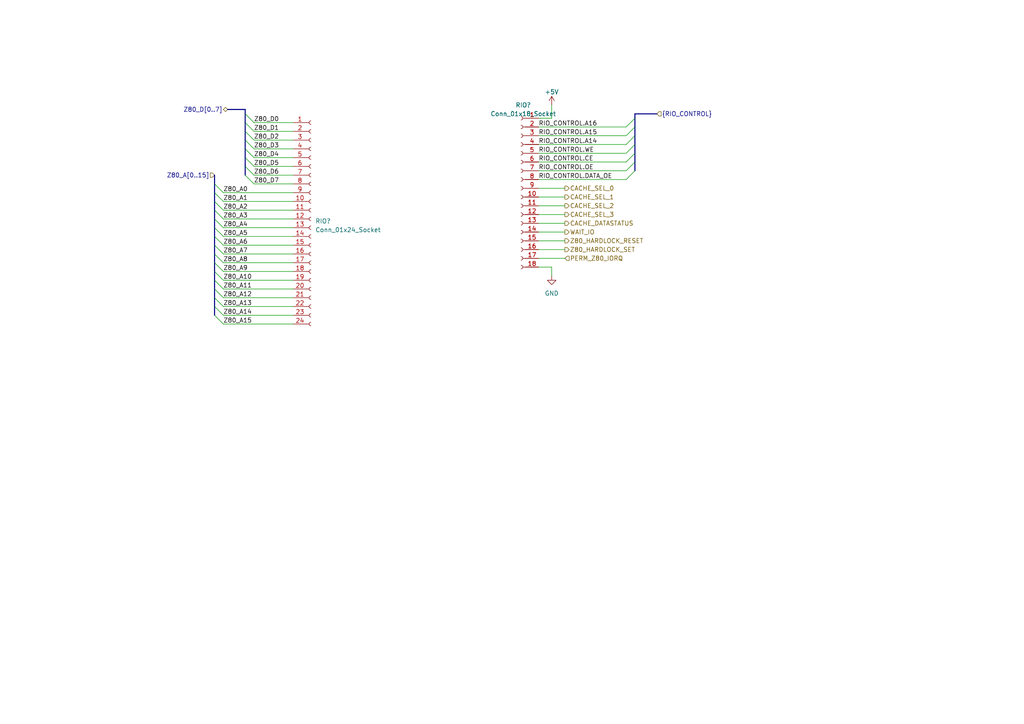
<source format=kicad_sch>
(kicad_sch (version 20230121) (generator eeschema)
  (paper "A4")
  (lib_symbols
    (symbol "Connector:Conn_01x18_Socket" (pin_names (offset 1.016) hide)
      (property "Reference" "J" (at 0 22.86 0))
      (property "Value" "Conn_01x18_Socket" (at 0 -25.4 0))
      (symbol "Conn_01x18_Socket_1_1"
        (arc (start 0 -22.352) (mid -0.5058 -22.86) (end 0 -23.368) (stroke (width 0.1524)))
        (arc (start 0 -19.812) (mid -0.5058 -20.32) (end 0 -20.828) (stroke (width 0.1524)))
        (arc (start 0 -17.272) (mid -0.5058 -17.78) (end 0 -18.288) (stroke (width 0.1524)))
        (arc (start 0 -14.732) (mid -0.5058 -15.24) (end 0 -15.748) (stroke (width 0.1524)))
        (arc (start 0 -12.192) (mid -0.5058 -12.7) (end 0 -13.208) (stroke (width 0.1524)))
        (arc (start 0 -9.652) (mid -0.5058 -10.16) (end 0 -10.668) (stroke (width 0.1524)))
        (arc (start 0 -7.112) (mid -0.5058 -7.62) (end 0 -8.128) (stroke (width 0.1524)))
        (arc (start 0 -4.572) (mid -0.5058 -5.08) (end 0 -5.588) (stroke (width 0.1524)))
        (arc (start 0 -2.032) (mid -0.5058 -2.54) (end 0 -3.048) (stroke (width 0.1524)))
        (polyline (pts (xy -1.27 -22.86) (xy -0.508 -22.86)) (stroke (width 0.1524)))
        (polyline (pts (xy -1.27 -20.32) (xy -0.508 -20.32)) (stroke (width 0.1524)))
        (polyline (pts (xy -1.27 -17.78) (xy -0.508 -17.78)) (stroke (width 0.1524)))
        (polyline (pts (xy -1.27 -15.24) (xy -0.508 -15.24)) (stroke (width 0.1524)))
        (polyline (pts (xy -1.27 -12.7) (xy -0.508 -12.7)) (stroke (width 0.1524)))
        (polyline (pts (xy -1.27 -10.16) (xy -0.508 -10.16)) (stroke (width 0.1524)))
        (polyline (pts (xy -1.27 -7.62) (xy -0.508 -7.62)) (stroke (width 0.1524)))
        (polyline (pts (xy -1.27 -5.08) (xy -0.508 -5.08)) (stroke (width 0.1524)))
        (polyline (pts (xy -1.27 -2.54) (xy -0.508 -2.54)) (stroke (width 0.1524)))
        (polyline (pts (xy -1.27 0) (xy -0.508 0)) (stroke (width 0.1524)))
        (polyline (pts (xy -1.27 2.54) (xy -0.508 2.54)) (stroke (width 0.1524)))
        (polyline (pts (xy -1.27 5.08) (xy -0.508 5.08)) (stroke (width 0.1524)))
        (polyline (pts (xy -1.27 7.62) (xy -0.508 7.62)) (stroke (width 0.1524)))
        (polyline (pts (xy -1.27 10.16) (xy -0.508 10.16)) (stroke (width 0.1524)))
        (polyline (pts (xy -1.27 12.7) (xy -0.508 12.7)) (stroke (width 0.1524)))
        (polyline (pts (xy -1.27 15.24) (xy -0.508 15.24)) (stroke (width 0.1524)))
        (polyline (pts (xy -1.27 17.78) (xy -0.508 17.78)) (stroke (width 0.1524)))
        (polyline (pts (xy -1.27 20.32) (xy -0.508 20.32)) (stroke (width 0.1524)))
        (arc (start 0 0.508) (mid -0.5058 0) (end 0 -0.508) (stroke (width 0.1524)))
        (arc (start 0 3.048) (mid -0.5058 2.54) (end 0 2.032) (stroke (width 0.1524)))
        (arc (start 0 5.588) (mid -0.5058 5.08) (end 0 4.572) (stroke (width 0.1524)))
        (arc (start 0 8.128) (mid -0.5058 7.62) (end 0 7.112) (stroke (width 0.1524)))
        (arc (start 0 10.668) (mid -0.5058 10.16) (end 0 9.652) (stroke (width 0.1524)))
        (arc (start 0 13.208) (mid -0.5058 12.7) (end 0 12.192) (stroke (width 0.1524)))
        (arc (start 0 15.748) (mid -0.5058 15.24) (end 0 14.732) (stroke (width 0.1524)))
        (arc (start 0 18.288) (mid -0.5058 17.78) (end 0 17.272) (stroke (width 0.1524)))
        (arc (start 0 20.828) (mid -0.5058 20.32) (end 0 19.812) (stroke (width 0.1524)))
        (pin passive line (at -5.08 20.32 0) (length 3.81) (name "Pin_1") (number "1"))
        (pin passive line (at -5.08 -2.54 0) (length 3.81) (name "Pin_10") (number "10"))
        (pin passive line (at -5.08 -5.08 0) (length 3.81) (name "Pin_11") (number "11"))
        (pin passive line (at -5.08 -7.62 0) (length 3.81) (name "Pin_12") (number "12"))
        (pin passive line (at -5.08 -10.16 0) (length 3.81) (name "Pin_13") (number "13"))
        (pin passive line (at -5.08 -12.7 0) (length 3.81) (name "Pin_14") (number "14"))
        (pin passive line (at -5.08 -15.24 0) (length 3.81) (name "Pin_15") (number "15"))
        (pin passive line (at -5.08 -17.78 0) (length 3.81) (name "Pin_16") (number "16"))
        (pin passive line (at -5.08 -20.32 0) (length 3.81) (name "Pin_17") (number "17"))
        (pin passive line (at -5.08 -22.86 0) (length 3.81) (name "Pin_18") (number "18"))
        (pin passive line (at -5.08 17.78 0) (length 3.81) (name "Pin_2") (number "2"))
        (pin passive line (at -5.08 15.24 0) (length 3.81) (name "Pin_3") (number "3"))
        (pin passive line (at -5.08 12.7 0) (length 3.81) (name "Pin_4") (number "4"))
        (pin passive line (at -5.08 10.16 0) (length 3.81) (name "Pin_5") (number "5"))
        (pin passive line (at -5.08 7.62 0) (length 3.81) (name "Pin_6") (number "6"))
        (pin passive line (at -5.08 5.08 0) (length 3.81) (name "Pin_7") (number "7"))
        (pin passive line (at -5.08 2.54 0) (length 3.81) (name "Pin_8") (number "8"))
        (pin passive line (at -5.08 0 0) (length 3.81) (name "Pin_9") (number "9"))
      )
    )
    (symbol "Connector:Conn_01x24_Socket" (pin_names (offset 1.016) hide)
      (property "Reference" "J" (at 0 30.48 0))
      (property "Value" "Conn_01x24_Socket" (at 0 -33.02 0))
      (symbol "Conn_01x24_Socket_1_1"
        (arc (start 0 -29.972) (mid -0.5058 -30.48) (end 0 -30.988) (stroke (width 0.1524)))
        (arc (start 0 -27.432) (mid -0.5058 -27.94) (end 0 -28.448) (stroke (width 0.1524)))
        (arc (start 0 -24.892) (mid -0.5058 -25.4) (end 0 -25.908) (stroke (width 0.1524)))
        (arc (start 0 -22.352) (mid -0.5058 -22.86) (end 0 -23.368) (stroke (width 0.1524)))
        (arc (start 0 -19.812) (mid -0.5058 -20.32) (end 0 -20.828) (stroke (width 0.1524)))
        (arc (start 0 -17.272) (mid -0.5058 -17.78) (end 0 -18.288) (stroke (width 0.1524)))
        (arc (start 0 -14.732) (mid -0.5058 -15.24) (end 0 -15.748) (stroke (width 0.1524)))
        (arc (start 0 -12.192) (mid -0.5058 -12.7) (end 0 -13.208) (stroke (width 0.1524)))
        (arc (start 0 -9.652) (mid -0.5058 -10.16) (end 0 -10.668) (stroke (width 0.1524)))
        (arc (start 0 -7.112) (mid -0.5058 -7.62) (end 0 -8.128) (stroke (width 0.1524)))
        (arc (start 0 -4.572) (mid -0.5058 -5.08) (end 0 -5.588) (stroke (width 0.1524)))
        (arc (start 0 -2.032) (mid -0.5058 -2.54) (end 0 -3.048) (stroke (width 0.1524)))
        (polyline (pts (xy -1.27 -30.48) (xy -0.508 -30.48)) (stroke (width 0.1524)))
        (polyline (pts (xy -1.27 -27.94) (xy -0.508 -27.94)) (stroke (width 0.1524)))
        (polyline (pts (xy -1.27 -25.4) (xy -0.508 -25.4)) (stroke (width 0.1524)))
        (polyline (pts (xy -1.27 -22.86) (xy -0.508 -22.86)) (stroke (width 0.1524)))
        (polyline (pts (xy -1.27 -20.32) (xy -0.508 -20.32)) (stroke (width 0.1524)))
        (polyline (pts (xy -1.27 -17.78) (xy -0.508 -17.78)) (stroke (width 0.1524)))
        (polyline (pts (xy -1.27 -15.24) (xy -0.508 -15.24)) (stroke (width 0.1524)))
        (polyline (pts (xy -1.27 -12.7) (xy -0.508 -12.7)) (stroke (width 0.1524)))
        (polyline (pts (xy -1.27 -10.16) (xy -0.508 -10.16)) (stroke (width 0.1524)))
        (polyline (pts (xy -1.27 -7.62) (xy -0.508 -7.62)) (stroke (width 0.1524)))
        (polyline (pts (xy -1.27 -5.08) (xy -0.508 -5.08)) (stroke (width 0.1524)))
        (polyline (pts (xy -1.27 -2.54) (xy -0.508 -2.54)) (stroke (width 0.1524)))
        (polyline (pts (xy -1.27 0) (xy -0.508 0)) (stroke (width 0.1524)))
        (polyline (pts (xy -1.27 2.54) (xy -0.508 2.54)) (stroke (width 0.1524)))
        (polyline (pts (xy -1.27 5.08) (xy -0.508 5.08)) (stroke (width 0.1524)))
        (polyline (pts (xy -1.27 7.62) (xy -0.508 7.62)) (stroke (width 0.1524)))
        (polyline (pts (xy -1.27 10.16) (xy -0.508 10.16)) (stroke (width 0.1524)))
        (polyline (pts (xy -1.27 12.7) (xy -0.508 12.7)) (stroke (width 0.1524)))
        (polyline (pts (xy -1.27 15.24) (xy -0.508 15.24)) (stroke (width 0.1524)))
        (polyline (pts (xy -1.27 17.78) (xy -0.508 17.78)) (stroke (width 0.1524)))
        (polyline (pts (xy -1.27 20.32) (xy -0.508 20.32)) (stroke (width 0.1524)))
        (polyline (pts (xy -1.27 22.86) (xy -0.508 22.86)) (stroke (width 0.1524)))
        (polyline (pts (xy -1.27 25.4) (xy -0.508 25.4)) (stroke (width 0.1524)))
        (polyline (pts (xy -1.27 27.94) (xy -0.508 27.94)) (stroke (width 0.1524)))
        (arc (start 0 0.508) (mid -0.5058 0) (end 0 -0.508) (stroke (width 0.1524)))
        (arc (start 0 3.048) (mid -0.5058 2.54) (end 0 2.032) (stroke (width 0.1524)))
        (arc (start 0 5.588) (mid -0.5058 5.08) (end 0 4.572) (stroke (width 0.1524)))
        (arc (start 0 8.128) (mid -0.5058 7.62) (end 0 7.112) (stroke (width 0.1524)))
        (arc (start 0 10.668) (mid -0.5058 10.16) (end 0 9.652) (stroke (width 0.1524)))
        (arc (start 0 13.208) (mid -0.5058 12.7) (end 0 12.192) (stroke (width 0.1524)))
        (arc (start 0 15.748) (mid -0.5058 15.24) (end 0 14.732) (stroke (width 0.1524)))
        (arc (start 0 18.288) (mid -0.5058 17.78) (end 0 17.272) (stroke (width 0.1524)))
        (arc (start 0 20.828) (mid -0.5058 20.32) (end 0 19.812) (stroke (width 0.1524)))
        (arc (start 0 23.368) (mid -0.5058 22.86) (end 0 22.352) (stroke (width 0.1524)))
        (arc (start 0 25.908) (mid -0.5058 25.4) (end 0 24.892) (stroke (width 0.1524)))
        (arc (start 0 28.448) (mid -0.5058 27.94) (end 0 27.432) (stroke (width 0.1524)))
        (pin passive line (at -5.08 27.94 0) (length 3.81) (name "Pin_1") (number "1"))
        (pin passive line (at -5.08 5.08 0) (length 3.81) (name "Pin_10") (number "10"))
        (pin passive line (at -5.08 2.54 0) (length 3.81) (name "Pin_11") (number "11"))
        (pin passive line (at -5.08 0 0) (length 3.81) (name "Pin_12") (number "12"))
        (pin passive line (at -5.08 -2.54 0) (length 3.81) (name "Pin_13") (number "13"))
        (pin passive line (at -5.08 -5.08 0) (length 3.81) (name "Pin_14") (number "14"))
        (pin passive line (at -5.08 -7.62 0) (length 3.81) (name "Pin_15") (number "15"))
        (pin passive line (at -5.08 -10.16 0) (length 3.81) (name "Pin_16") (number "16"))
        (pin passive line (at -5.08 -12.7 0) (length 3.81) (name "Pin_17") (number "17"))
        (pin passive line (at -5.08 -15.24 0) (length 3.81) (name "Pin_18") (number "18"))
        (pin passive line (at -5.08 -17.78 0) (length 3.81) (name "Pin_19") (number "19"))
        (pin passive line (at -5.08 25.4 0) (length 3.81) (name "Pin_2") (number "2"))
        (pin passive line (at -5.08 -20.32 0) (length 3.81) (name "Pin_20") (number "20"))
        (pin passive line (at -5.08 -22.86 0) (length 3.81) (name "Pin_21") (number "21"))
        (pin passive line (at -5.08 -25.4 0) (length 3.81) (name "Pin_22") (number "22"))
        (pin passive line (at -5.08 -27.94 0) (length 3.81) (name "Pin_23") (number "23"))
        (pin passive line (at -5.08 -30.48 0) (length 3.81) (name "Pin_24") (number "24"))
        (pin passive line (at -5.08 22.86 0) (length 3.81) (name "Pin_3") (number "3"))
        (pin passive line (at -5.08 20.32 0) (length 3.81) (name "Pin_4") (number "4"))
        (pin passive line (at -5.08 17.78 0) (length 3.81) (name "Pin_5") (number "5"))
        (pin passive line (at -5.08 15.24 0) (length 3.81) (name "Pin_6") (number "6"))
        (pin passive line (at -5.08 12.7 0) (length 3.81) (name "Pin_7") (number "7"))
        (pin passive line (at -5.08 10.16 0) (length 3.81) (name "Pin_8") (number "8"))
        (pin passive line (at -5.08 7.62 0) (length 3.81) (name "Pin_9") (number "9"))
      )
    )
    (symbol "power:+5V" (power) (pin_names (offset 0))
      (property "Value" "+5V" (at 0 3.556 0))
      (symbol "+5V_0_1"
        (polyline (pts (xy -0.762 1.27) (xy 0 2.54)))
        (polyline (pts (xy 0 0) (xy 0 2.54)))
        (polyline (pts (xy 0 2.54) (xy 0.762 1.27)))
      )
      (symbol "+5V_1_1"
        (pin power_in line (at 0 0 90) (length 0) hide (name "+5V") (number "1"))
      )
    )
    (symbol "power:GND" (power) (pin_names (offset 0))
      (property "Value" "GND" (at 0 -3.81 0))
      (symbol "GND_0_1"
        (polyline (pts (xy 0 0) (xy 0 -1.27) (xy 1.27 -1.27) (xy 0 -2.54) (xy -1.27 -1.27) (xy 0 -1.27)))
      )
      (symbol "GND_1_1"
        (pin power_in line (at 0 0 270) (length 0) hide (name "GND") (number "1"))
      )
    )
  )
  (bus_entry (at 62.23 63.5) (size 2.54 2.54))
  (bus_entry (at 64.77 81.28) (size -2.54 -2.54))
  (bus_entry (at 71.12 40.64) (size 2.54 2.54))
  (bus_entry (at 62.23 66.04) (size 2.54 2.54))
  (bus_entry (at 71.12 33.02) (size 2.54 2.54))
  (bus_entry (at 184.15 36.83) (size -2.54 2.54))
  (bus_entry (at 71.12 50.8) (size 2.54 2.54))
  (bus_entry (at 71.12 43.18) (size 2.54 2.54))
  (bus_entry (at 64.77 83.82) (size -2.54 -2.54))
  (bus_entry (at 64.77 78.74) (size -2.54 -2.54))
  (bus_entry (at 62.23 68.58) (size 2.54 2.54))
  (bus_entry (at 71.12 45.72) (size 2.54 2.54))
  (bus_entry (at 62.23 86.36) (size 2.54 2.54))
  (bus_entry (at 62.23 73.66) (size 2.54 2.54))
  (bus_entry (at 71.12 38.1) (size 2.54 2.54))
  (bus_entry (at 62.23 58.42) (size 2.54 2.54))
  (bus_entry (at 184.15 39.37) (size -2.54 2.54))
  (bus_entry (at 184.15 46.99) (size -2.54 2.54))
  (bus_entry (at 62.23 91.44) (size 2.54 2.54))
  (bus_entry (at 62.23 71.12) (size 2.54 2.54))
  (bus_entry (at 184.15 44.45) (size -2.54 2.54))
  (bus_entry (at 184.15 49.53) (size -2.54 2.54))
  (bus_entry (at 71.12 35.56) (size 2.54 2.54))
  (bus_entry (at 62.23 53.34) (size 2.54 2.54))
  (bus_entry (at 62.23 60.96) (size 2.54 2.54))
  (bus_entry (at 62.23 88.9) (size 2.54 2.54))
  (bus_entry (at 184.15 41.91) (size -2.54 2.54))
  (bus_entry (at 71.12 48.26) (size 2.54 2.54))
  (bus_entry (at 64.77 86.36) (size -2.54 -2.54))
  (bus_entry (at 184.15 34.29) (size -2.54 2.54))
  (bus_entry (at 62.23 55.88) (size 2.54 2.54))
  (bus (pts (xy 62.23 66.04) (xy 62.23 68.58)))
  (wire (pts (xy 85.09 63.5) (xy 64.77 63.5)))
  (wire (pts (xy 64.77 76.2) (xy 85.09 76.2)))
  (bus (pts (xy 62.23 60.96) (xy 62.23 63.5)))
  (bus (pts (xy 62.23 86.36) (xy 62.23 88.9)))
  (bus (pts (xy 62.23 68.58) (xy 62.23 71.12)))
  (bus (pts (xy 71.12 33.02) (xy 71.12 35.56)))
  (wire (pts (xy 156.21 49.53) (xy 181.61 49.53)))
  (wire (pts (xy 156.21 72.39) (xy 163.83 72.39)))
  (wire (pts (xy 156.21 59.69) (xy 163.83 59.69)))
  (bus (pts (xy 71.12 38.1) (xy 71.12 40.64)))
  (wire (pts (xy 85.09 60.96) (xy 64.77 60.96)))
  (wire (pts (xy 85.09 71.12) (xy 64.77 71.12)))
  (bus (pts (xy 66.04 31.75) (xy 71.12 31.75)))
  (wire (pts (xy 156.21 64.77) (xy 163.83 64.77)))
  (bus (pts (xy 184.15 33.02) (xy 184.15 34.29)))
  (bus (pts (xy 184.15 44.45) (xy 184.15 46.99)))
  (wire (pts (xy 160.02 77.47) (xy 160.02 80.01)))
  (bus (pts (xy 184.15 34.29) (xy 184.15 36.83)))
  (wire (pts (xy 156.21 41.91) (xy 181.61 41.91)))
  (wire (pts (xy 160.02 34.29) (xy 160.02 30.48)))
  (bus (pts (xy 184.15 39.37) (xy 184.15 41.91)))
  (wire (pts (xy 85.09 58.42) (xy 64.77 58.42)))
  (wire (pts (xy 156.21 62.23) (xy 163.83 62.23)))
  (wire (pts (xy 64.77 91.44) (xy 85.09 91.44)))
  (bus (pts (xy 190.5 33.02) (xy 184.15 33.02)))
  (wire (pts (xy 85.09 68.58) (xy 64.77 68.58)))
  (bus (pts (xy 62.23 76.2) (xy 62.23 78.74)))
  (bus (pts (xy 71.12 48.26) (xy 71.12 50.8)))
  (wire (pts (xy 156.21 34.29) (xy 160.02 34.29)))
  (bus (pts (xy 62.23 88.9) (xy 62.23 91.44)))
  (bus (pts (xy 71.12 35.56) (xy 71.12 38.1)))
  (wire (pts (xy 181.61 52.07) (xy 156.21 52.07)))
  (wire (pts (xy 85.09 38.1) (xy 73.66 38.1)))
  (wire (pts (xy 85.09 50.8) (xy 73.66 50.8)))
  (wire (pts (xy 85.09 81.28) (xy 64.77 81.28)))
  (wire (pts (xy 85.09 48.26) (xy 73.66 48.26)))
  (bus (pts (xy 71.12 40.64) (xy 71.12 43.18)))
  (bus (pts (xy 62.23 55.88) (xy 62.23 58.42)))
  (bus (pts (xy 184.15 41.91) (xy 184.15 44.45)))
  (wire (pts (xy 156.21 46.99) (xy 181.61 46.99)))
  (wire (pts (xy 156.21 67.31) (xy 163.83 67.31)))
  (wire (pts (xy 85.09 53.34) (xy 73.66 53.34)))
  (wire (pts (xy 85.09 86.36) (xy 64.77 86.36)))
  (wire (pts (xy 156.21 44.45) (xy 181.61 44.45)))
  (bus (pts (xy 184.15 46.99) (xy 184.15 49.53)))
  (wire (pts (xy 85.09 40.64) (xy 73.66 40.64)))
  (wire (pts (xy 64.77 93.98) (xy 85.09 93.98)))
  (bus (pts (xy 62.23 78.74) (xy 62.23 81.28)))
  (wire (pts (xy 156.21 74.93) (xy 163.83 74.93)))
  (wire (pts (xy 156.21 57.15) (xy 163.83 57.15)))
  (bus (pts (xy 62.23 81.28) (xy 62.23 83.82)))
  (bus (pts (xy 62.23 58.42) (xy 62.23 60.96)))
  (bus (pts (xy 62.23 83.82) (xy 62.23 86.36)))
  (wire (pts (xy 85.09 73.66) (xy 64.77 73.66)))
  (bus (pts (xy 62.23 71.12) (xy 62.23 73.66)))
  (wire (pts (xy 64.77 83.82) (xy 85.09 83.82)))
  (wire (pts (xy 85.09 35.56) (xy 73.66 35.56)))
  (bus (pts (xy 71.12 31.75) (xy 71.12 33.02)))
  (bus (pts (xy 62.23 73.66) (xy 62.23 76.2)))
  (wire (pts (xy 156.21 36.83) (xy 181.61 36.83)))
  (bus (pts (xy 71.12 43.18) (xy 71.12 45.72)))
  (wire (pts (xy 85.09 88.9) (xy 64.77 88.9)))
  (wire (pts (xy 85.09 43.18) (xy 73.66 43.18)))
  (wire (pts (xy 85.09 66.04) (xy 64.77 66.04)))
  (wire (pts (xy 156.21 77.47) (xy 160.02 77.47)))
  (bus (pts (xy 62.23 53.34) (xy 62.23 55.88)))
  (wire (pts (xy 85.09 55.88) (xy 64.77 55.88)))
  (wire (pts (xy 156.21 54.61) (xy 163.83 54.61)))
  (bus (pts (xy 62.23 63.5) (xy 62.23 66.04)))
  (wire (pts (xy 156.21 39.37) (xy 181.61 39.37)))
  (wire (pts (xy 85.09 78.74) (xy 64.77 78.74)))
  (bus (pts (xy 62.23 50.8) (xy 62.23 53.34)))
  (wire (pts (xy 156.21 69.85) (xy 163.83 69.85)))
  (bus (pts (xy 71.12 45.72) (xy 71.12 48.26)))
  (bus (pts (xy 184.15 36.83) (xy 184.15 39.37)))
  (wire (pts (xy 85.09 45.72) (xy 73.66 45.72)))
  (label "RIO_CONTROL.A16" (at 156.21 36.83 0))
  (label "Z80_D0" (at 73.66 35.56 0))
  (label "Z80_D4" (at 73.66 45.72 0))
  (label "Z80_D6" (at 73.66 50.8 0))
  (label "Z80_A8" (at 64.77 76.2 0))
  (label "Z80_A15" (at 64.77 93.98 0))
  (label "RIO_CONTROL.CE" (at 156.21 46.99 0))
  (label "Z80_A14" (at 64.77 91.44 0))
  (label "Z80_D2" (at 73.66 40.64 0))
  (label "Z80_A5" (at 64.77 68.58 0))
  (label "RIO_CONTROL.A15" (at 156.21 39.37 0))
  (label "RIO_CONTROL.DATA_OE" (at 156.21 52.07 0))
  (label "Z80_D1" (at 73.66 38.1 0))
  (label "RIO_CONTROL.OE" (at 156.21 49.53 0))
  (label "Z80_A3" (at 64.77 63.5 0))
  (label "RIO_CONTROL.A14" (at 156.21 41.91 0))
  (label "Z80_A4" (at 64.77 66.04 0))
  (label "Z80_D5" (at 73.66 48.26 0))
  (label "Z80_A1" (at 64.77 58.42 0))
  (label "Z80_A11" (at 64.77 83.82 0))
  (label "Z80_A0" (at 64.77 55.88 0))
  (label "Z80_A6" (at 64.77 71.12 0))
  (label "Z80_A9" (at 64.77 78.74 0))
  (label "Z80_A12" (at 64.77 86.36 0))
  (label "Z80_A13" (at 64.77 88.9 0))
  (label "Z80_A2" (at 64.77 60.96 0))
  (label "Z80_D7" (at 73.66 53.34 0))
  (label "Z80_D3" (at 73.66 43.18 0))
  (label "Z80_A7" (at 64.77 73.66 0))
  (label "RIO_CONTROL.WE" (at 156.21 44.45 0))
  (label "Z80_A10" (at 64.77 81.28 0))
  (hierarchical_label "{RIO_CONTROL}" (shape input) (at 190.5 33.02 0))
  (hierarchical_label "CACHE_SEL_0" (shape output) (at 163.83 54.61 0))
  (hierarchical_label "Z80_A[0..15]" (shape input) (at 62.23 50.8 180))
  (hierarchical_label "WAIT_IO" (shape output) (at 163.83 67.31 0))
  (hierarchical_label "Z80_HARDLOCK_RESET" (shape output) (at 163.83 69.85 0))
  (hierarchical_label "PERM_Z80_IORQ" (shape input) (at 163.83 74.93 0))
  (hierarchical_label "CACHE_DATASTATUS" (shape output) (at 163.83 64.77 0))
  (hierarchical_label "CACHE_SEL_3" (shape output) (at 163.83 62.23 0))
  (hierarchical_label "Z80_HARDLOCK_SET" (shape output) (at 163.83 72.39 0))
  (hierarchical_label "CACHE_SEL_2" (shape output) (at 163.83 59.69 0))
  (hierarchical_label "Z80_D[0..7]" (shape bidirectional) (at 66.04 31.75 180))
  (hierarchical_label "CACHE_SEL_1" (shape output) (at 163.83 57.15 0))
  (symbol (lib_id "power:+5V") (at 160.02 30.48 0) (unit 1)
    (property "Reference" "#PWR?" (effects hide))
    (property "Value" "+5V" (at 160.02 26.67 0))
    (instances (project "ZXspectrum_Concept_v2.kicad_pro" (path "" (reference "#PWR?") (unit 1))) (project "ZXspectrum_Concept_v2.kicad_pro" (path "" (reference "#PWR018") (unit 1))) (project "RIO-128K_ZXspectrum" (path "" (reference "#PWR?") (unit 1))))
  )
  (symbol (lib_id "power:GND") (at 160.02 80.01 0) (unit 1)
    (property "Reference" "#PWR?" (effects hide))
    (property "Value" "GND" (at 160.02 85.09 0))
    (instances (project "ZXspectrum_Concept_v2.kicad_pro" (path "" (reference "#PWR?") (unit 1))) (project "ZXspectrum_Concept_v2.kicad_pro" (path "" (reference "#PWR019") (unit 1))) (project "RIO-128K_ZXspectrum" (path "" (reference "#PWR?") (unit 1))))
  )
  (symbol (lib_id "Connector:Conn_01x18_Socket") (at 151.13 54.61 0) (mirror y) (unit 1)
    (property "Reference" "RIO?" (at 151.765 30.48 0))
    (property "Value" "Conn_01x18_Socket" (at 151.765 33.02 0))
    (property "Footprint" "Connector_PinSocket_2.54mm:PinSocket_1x18_P2.54mm_Vertical" (effects hide))
    (instances (project "ZXspectrum_Concept_v2.kicad_pro" (path "" (reference "RIO?") (unit 1))) (project "ZXspectrum_Concept_v2.kicad_pro" (path "" (reference "RIO2") (unit 1))) (project "RIO-128K_ZXspectrum" (path "" (reference "J?") (unit 1))))
  )
  (symbol (lib_id "Connector:Conn_01x24_Socket") (at 90.17 63.5 0) (unit 1)
    (property "Reference" "RIO?" (at 91.44 64.135 0) (effects (justify left)))
    (property "Value" "Conn_01x24_Socket" (at 91.44 66.675 0) (effects (justify left)))
    (property "Footprint" "Connector_PinSocket_2.54mm:PinSocket_1x24_P2.54mm_Vertical" (effects hide))
    (instances (project "ZXspectrum_Concept_v2.kicad_pro" (path "" (reference "RIO?") (unit 1))) (project "ZXspectrum_Concept_v2.kicad_pro" (path "" (reference "RIO1") (unit 1))) (project "RIO-128K_ZXspectrum" (path "" (reference "J?") (unit 1))))
  )
)
</source>
